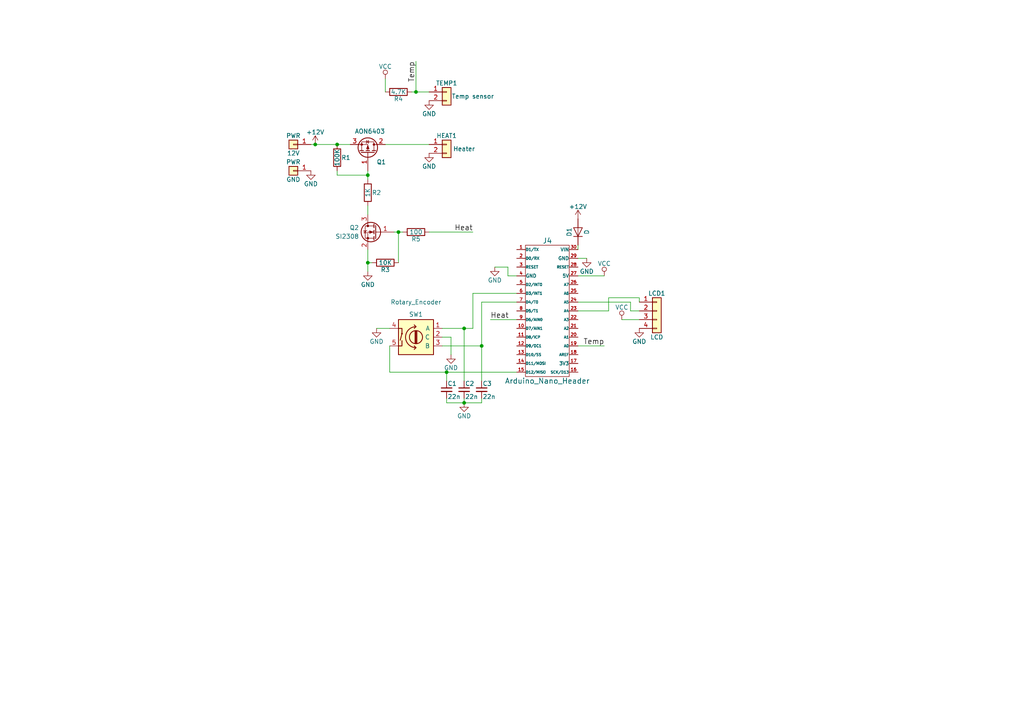
<source format=kicad_sch>
(kicad_sch (version 20230121) (generator eeschema)
  (paper "A4")
  (lib_symbols
    (symbol "Heater12VControl-rescue:+12V" (power) (pin_names (offset 0))
      (property "Value" "+12V" (at 0 3.556 0))
      (symbol "+12V_0_1"
        (polyline (pts (xy -0.762 1.27) (xy 0 2.54)))
        (polyline (pts (xy 0 0) (xy 0 2.54)))
        (polyline (pts (xy 0 2.54) (xy 0.762 1.27)))
      )
      (symbol "+12V_1_1"
        (pin power_in line (at 0 0 90) (length 0) hide (name "+12V") (number "1"))
      )
    )
    (symbol "Heater12VControl-rescue:Arduino_Nano_Header" (pin_names (offset 0.0254))
      (property "Reference" "J" (at 0 20.32 0))
      (property "Value" "Arduino_Nano_Header" (at 0 -20.32 0))
      (symbol "Arduino_Nano_Header_0_1"
        (rectangle (start 6.35 -19.05) (end -6.35 19.05))
      )
      (symbol "Arduino_Nano_Header_1_1"
        (pin passive line (at -8.89 17.78 0) (length 2.54) (name "D1/TX") (number "1"))
        (pin passive line (at -8.89 -5.08 0) (length 2.54) (name "D7/AIN1") (number "10"))
        (pin passive line (at -8.89 -7.62 0) (length 2.54) (name "D8/ICP") (number "11"))
        (pin passive line (at -8.89 -10.16 0) (length 2.54) (name "D9/0C1") (number "12"))
        (pin passive line (at -8.89 -12.7 0) (length 2.54) (name "D10/SS") (number "13"))
        (pin passive line (at -8.89 -15.24 0) (length 2.54) (name "D11/MOSI") (number "14"))
        (pin passive line (at -8.89 -17.78 0) (length 2.54) (name "D12/MISO") (number "15"))
        (pin passive line (at 8.89 -17.78 180) (length 2.54) (name "SCK/D13") (number "16"))
        (pin passive line (at 8.89 -15.24 180) (length 2.54) (name "3V3") (number "17"))
        (pin passive line (at 8.89 -12.7 180) (length 2.54) (name "AREF") (number "18"))
        (pin passive line (at 8.89 -10.16 180) (length 2.54) (name "A0") (number "19"))
        (pin passive line (at -8.89 15.24 0) (length 2.54) (name "D0/RX") (number "2"))
        (pin passive line (at 8.89 -7.62 180) (length 2.54) (name "A1") (number "20"))
        (pin passive line (at 8.89 -5.08 180) (length 2.54) (name "A2") (number "21"))
        (pin passive line (at 8.89 -2.54 180) (length 2.54) (name "A3") (number "22"))
        (pin passive line (at 8.89 0 180) (length 2.54) (name "A4") (number "23"))
        (pin passive line (at 8.89 2.54 180) (length 2.54) (name "A5") (number "24"))
        (pin passive line (at 8.89 5.08 180) (length 2.54) (name "A6") (number "25"))
        (pin passive line (at 8.89 7.62 180) (length 2.54) (name "A7") (number "26"))
        (pin passive line (at 8.89 10.16 180) (length 2.54) (name "5V") (number "27"))
        (pin passive line (at 8.89 12.7 180) (length 2.54) (name "RESET") (number "28"))
        (pin passive line (at 8.89 15.24 180) (length 2.54) (name "GND") (number "29"))
        (pin passive line (at -8.89 12.7 0) (length 2.54) (name "RESET") (number "3"))
        (pin passive line (at 8.89 17.78 180) (length 2.54) (name "VIN") (number "30"))
        (pin passive line (at -8.89 10.16 0) (length 2.54) (name "GND") (number "4"))
        (pin passive line (at -8.89 7.62 0) (length 2.54) (name "D2/INT0") (number "5"))
        (pin passive line (at -8.89 5.08 0) (length 2.54) (name "D3/INT1") (number "6"))
        (pin passive line (at -8.89 2.54 0) (length 2.54) (name "D4/T0") (number "7"))
        (pin passive line (at -8.89 0 0) (length 2.54) (name "D5/T1") (number "8"))
        (pin passive line (at -8.89 -2.54 0) (length 2.54) (name "D6/AIN0") (number "9"))
      )
    )
    (symbol "Heater12VControl-rescue:C_Small" (pin_numbers hide) (pin_names (offset 0.254) hide)
      (property "Reference" "C" (at 0.254 1.778 0))
      (property "Value" "C_Small" (at 0.254 -2.032 0))
      (symbol "C_Small_0_1"
        (polyline (pts (xy -1.524 -0.508) (xy 1.524 -0.508)) (stroke (width 0.3302)))
        (polyline (pts (xy -1.524 0.508) (xy 1.524 0.508)) (stroke (width 0.3048)))
      )
      (symbol "C_Small_1_1"
        (pin passive line (at 0 2.54 270) (length 2.032) (name "~") (number "1"))
        (pin passive line (at 0 -2.54 90) (length 2.032) (name "~") (number "2"))
      )
    )
    (symbol "Heater12VControl-rescue:Conn_01x01" (pin_names (offset 1.016) hide)
      (property "Reference" "J" (at 0 2.54 0))
      (property "Value" "Conn_01x01" (at 0 -2.54 0))
      (symbol "Conn_01x01_1_1"
        (rectangle (start -1.27 0.127) (end 0 -0.127) (stroke (width 0.1524)))
        (rectangle (start -1.27 1.27) (end 1.27 -1.27) (stroke (width 0.254)) (fill (type background)))
        (pin passive line (at -5.08 0 0) (length 3.81) (name "Pin_1") (number "1"))
      )
    )
    (symbol "Heater12VControl-rescue:Conn_01x02" (pin_names (offset 1.016) hide)
      (property "Reference" "J" (at 0 2.54 0))
      (property "Value" "Conn_01x02" (at 0 -5.08 0))
      (symbol "Conn_01x02_1_1"
        (rectangle (start -1.27 -2.413) (end 0 -2.667) (stroke (width 0.1524)))
        (rectangle (start -1.27 0.127) (end 0 -0.127) (stroke (width 0.1524)))
        (rectangle (start -1.27 1.27) (end 1.27 -3.81) (stroke (width 0.254)) (fill (type background)))
        (pin passive line (at -5.08 0 0) (length 3.81) (name "Pin_1") (number "1"))
        (pin passive line (at -5.08 -2.54 0) (length 3.81) (name "Pin_2") (number "2"))
      )
    )
    (symbol "Heater12VControl-rescue:Conn_01x04" (pin_names (offset 1.016) hide)
      (property "Reference" "J" (at 0 5.08 0))
      (property "Value" "Conn_01x04" (at 0 -7.62 0))
      (symbol "Conn_01x04_1_1"
        (rectangle (start -1.27 -4.953) (end 0 -5.207) (stroke (width 0.1524)))
        (rectangle (start -1.27 -2.413) (end 0 -2.667) (stroke (width 0.1524)))
        (rectangle (start -1.27 0.127) (end 0 -0.127) (stroke (width 0.1524)))
        (rectangle (start -1.27 2.667) (end 0 2.413) (stroke (width 0.1524)))
        (rectangle (start -1.27 3.81) (end 1.27 -6.35) (stroke (width 0.254)) (fill (type background)))
        (pin passive line (at -5.08 2.54 0) (length 3.81) (name "Pin_1") (number "1"))
        (pin passive line (at -5.08 0 0) (length 3.81) (name "Pin_2") (number "2"))
        (pin passive line (at -5.08 -2.54 0) (length 3.81) (name "Pin_3") (number "3"))
        (pin passive line (at -5.08 -5.08 0) (length 3.81) (name "Pin_4") (number "4"))
      )
    )
    (symbol "Heater12VControl-rescue:D" (pin_numbers hide) (pin_names (offset 1.016) hide)
      (property "Reference" "D" (at 0 2.54 0))
      (property "Value" "D" (at 0 -2.54 0))
      (symbol "D_0_1"
        (polyline (pts (xy -1.27 1.27) (xy -1.27 -1.27)) (stroke (width 0.2032)))
        (polyline (pts (xy 1.27 0) (xy -1.27 0)))
        (polyline (pts (xy 1.27 1.27) (xy 1.27 -1.27) (xy -1.27 0) (xy 1.27 1.27)) (stroke (width 0.2032)))
      )
      (symbol "D_1_1"
        (pin passive line (at -3.81 0 0) (length 2.54) (name "K") (number "1"))
        (pin passive line (at 3.81 0 180) (length 2.54) (name "A") (number "2"))
      )
    )
    (symbol "Heater12VControl-rescue:GND" (power) (pin_names (offset 0))
      (property "Value" "GND" (at 0 -3.81 0))
      (symbol "GND_0_1"
        (polyline (pts (xy 0 0) (xy 0 -1.27) (xy 1.27 -1.27) (xy 0 -2.54) (xy -1.27 -1.27) (xy 0 -1.27)))
      )
      (symbol "GND_1_1"
        (pin power_in line (at 0 0 270) (length 0) hide (name "GND") (number "1"))
      )
    )
    (symbol "Heater12VControl-rescue:Q_NMOS_GSD" (pin_names (offset 0) hide)
      (property "Reference" "Q" (at 5.08 1.27 0))
      (property "Value" "Q_NMOS_GSD" (at 5.08 -1.27 0))
      (symbol "Q_NMOS_GSD_0_1"
        (polyline (pts (xy 0.0508 0) (xy 0.254 0)))
        (polyline (pts (xy 0.762 -1.778) (xy 2.54 -1.778)))
        (polyline (pts (xy 0.762 -1.27) (xy 0.762 -2.286)) (stroke (width 0.254)))
        (polyline (pts (xy 0.762 0) (xy 2.54 0)))
        (polyline (pts (xy 0.762 0.508) (xy 0.762 -0.508)) (stroke (width 0.254)))
        (polyline (pts (xy 0.762 1.778) (xy 2.54 1.778)))
        (polyline (pts (xy 0.762 2.286) (xy 0.762 1.27)) (stroke (width 0.254)))
        (polyline (pts (xy 2.54 -1.778) (xy 2.54 -2.54)))
        (polyline (pts (xy 2.54 -1.778) (xy 2.54 0)))
        (polyline (pts (xy 2.54 2.54) (xy 2.54 1.778)))
        (polyline (pts (xy 0.254 1.905) (xy 0.254 -1.905) (xy 0.254 -1.905)) (stroke (width 0.254)))
        (polyline (pts (xy 1.016 0) (xy 2.032 0.381) (xy 2.032 -0.381) (xy 1.016 0)) (fill (type outline)))
        (polyline (pts (xy 2.54 -1.778) (xy 3.302 -1.778) (xy 3.302 1.778) (xy 2.54 1.778)))
        (polyline (pts (xy 2.794 0.508) (xy 2.921 0.381) (xy 3.683 0.381) (xy 3.81 0.254)))
        (polyline (pts (xy 3.302 0.381) (xy 2.921 -0.254) (xy 3.683 -0.254) (xy 3.302 0.381)))
        (circle (center 1.651 0) (radius 2.8194) (stroke (width 0.254)))
        (circle (center 2.54 -1.778) (radius 0.2794) (fill (type outline)))
        (circle (center 2.54 1.778) (radius 0.2794) (fill (type outline)))
      )
      (symbol "Q_NMOS_GSD_1_1"
        (pin input line (at -5.08 0 0) (length 5.08) (name "G") (number "1"))
        (pin passive line (at 2.54 -5.08 90) (length 2.54) (name "S") (number "2"))
        (pin passive line (at 2.54 5.08 270) (length 2.54) (name "D") (number "3"))
      )
    )
    (symbol "Heater12VControl-rescue:Q_PMOS_GDS" (pin_names (offset 0) hide)
      (property "Reference" "Q" (at 5.08 1.27 0))
      (property "Value" "Q_PMOS_GDS" (at 5.08 -1.27 0))
      (symbol "Q_PMOS_GDS_0_1"
        (polyline (pts (xy 0.0508 0) (xy 0.254 0)))
        (polyline (pts (xy 0.762 -1.778) (xy 2.54 -1.778)))
        (polyline (pts (xy 0.762 -1.27) (xy 0.762 -2.286)) (stroke (width 0.254)))
        (polyline (pts (xy 0.762 0) (xy 2.54 0)))
        (polyline (pts (xy 0.762 0.508) (xy 0.762 -0.508)) (stroke (width 0.254)))
        (polyline (pts (xy 0.762 1.778) (xy 2.54 1.778)))
        (polyline (pts (xy 0.762 2.286) (xy 0.762 1.27)) (stroke (width 0.254)))
        (polyline (pts (xy 2.54 -1.778) (xy 2.54 -2.54)))
        (polyline (pts (xy 2.54 -1.778) (xy 2.54 0)))
        (polyline (pts (xy 2.54 2.54) (xy 2.54 1.778)))
        (polyline (pts (xy 0.254 1.905) (xy 0.254 -1.905) (xy 0.254 -1.905)) (stroke (width 0.254)))
        (polyline (pts (xy 2.286 0) (xy 1.27 -0.381) (xy 1.27 0.381) (xy 2.286 0)) (fill (type outline)))
        (polyline (pts (xy 2.54 -1.778) (xy 3.302 -1.778) (xy 3.302 1.778) (xy 2.54 1.778)))
        (polyline (pts (xy 2.794 -0.508) (xy 2.921 -0.381) (xy 3.683 -0.381) (xy 3.81 -0.254)))
        (polyline (pts (xy 3.302 -0.381) (xy 2.921 0.254) (xy 3.683 0.254) (xy 3.302 -0.381)))
        (circle (center 1.651 0) (radius 2.8194) (stroke (width 0.254)))
        (circle (center 2.54 -1.778) (radius 0.2794) (fill (type outline)))
        (circle (center 2.54 1.778) (radius 0.2794) (fill (type outline)))
      )
      (symbol "Q_PMOS_GDS_1_1"
        (pin input line (at -5.08 0 0) (length 5.08) (name "G") (number "1"))
        (pin passive line (at 2.54 5.08 270) (length 2.54) (name "D") (number "2"))
        (pin passive line (at 2.54 -5.08 90) (length 2.54) (name "S") (number "3"))
      )
    )
    (symbol "Heater12VControl-rescue:R" (pin_numbers hide) (pin_names (offset 0))
      (property "Reference" "R" (at 2.032 0 90))
      (property "Value" "R" (at 0 0 90))
      (symbol "R_0_1"
        (rectangle (start -1.016 -2.54) (end 1.016 2.54) (stroke (width 0.254)))
      )
      (symbol "R_1_1"
        (pin passive line (at 0 3.81 270) (length 1.27) (name "~") (number "1"))
        (pin passive line (at 0 -3.81 90) (length 1.27) (name "~") (number "2"))
      )
    )
    (symbol "Heater12VControl-rescue:Rotary_Encoder_Switch" (pin_names (offset 1.016))
      (property "Reference" "SW" (at 0 6.604 0))
      (property "Value" "Rotary_Encoder_Switch" (at 0 -6.604 0))
      (symbol "Rotary_Encoder_Switch_0_1"
        (rectangle (start -5.08 5.08) (end 5.08 -5.08) (stroke (width 0.254)) (fill (type background)))
        (arc (start 0 -3.048) (mid 3.0227 0) (end 0 3.048) (stroke (width 0.254)))
        (polyline (pts (xy -0.254 -1.778) (xy -0.254 1.778)) (stroke (width 0.254)))
        (polyline (pts (xy 0 -3.048) (xy 0.508 -3.556)) (stroke (width 0.254)))
        (polyline (pts (xy 0 -3.048) (xy 0.508 -2.54)) (stroke (width 0.254)))
        (polyline (pts (xy 0 -1.778) (xy 0 1.778)) (stroke (width 0.254)))
        (polyline (pts (xy 0 3.048) (xy 0.508 2.54)) (stroke (width 0.254)))
        (polyline (pts (xy 0.254 1.778) (xy 0.254 -1.778)) (stroke (width 0.254)))
        (polyline (pts (xy 0.508 3.556) (xy 0 3.048)) (stroke (width 0.254)))
        (polyline (pts (xy 4.064 1.016) (xy 4.572 -0.889)) (stroke (width 0.254)))
        (polyline (pts (xy 5.08 -2.54) (xy 4.064 -2.54) (xy 4.064 -1.016)) (stroke (width 0.254)))
        (polyline (pts (xy 5.08 2.54) (xy 4.064 2.54) (xy 4.064 1.016)) (stroke (width 0.254)))
        (circle (center 0 0) (radius 1.905) (stroke (width 0.254)))
        (circle (center 4.064 1.016) (radius 0.127) (stroke (width 0.254)))
      )
      (symbol "Rotary_Encoder_Switch_1_1"
        (pin input line (at -7.62 2.54 0) (length 2.54) (name "A") (number "1"))
        (pin input line (at -7.62 0 0) (length 2.54) (name "C") (number "2"))
        (pin input line (at -7.62 -2.54 0) (length 2.54) (name "B") (number "3"))
        (pin input line (at 7.62 2.54 180) (length 2.54) (name "~") (number "4"))
        (pin input line (at 7.62 -2.54 180) (length 2.54) (name "~") (number "5"))
      )
    )
    (symbol "Heater12VControl-rescue:VCC" (power) (pin_names (offset 0))
      (property "Value" "VCC" (at 0 3.81 0))
      (symbol "VCC_0_1"
        (polyline (pts (xy 0 0) (xy 0 1.27)))
        (circle (center 0 1.905) (radius 0.635))
      )
      (symbol "VCC_1_1"
        (pin power_in line (at 0 0 90) (length 0) hide (name "VCC") (number "1"))
      )
    )
  )
  (junction (at 134.62 95.25))
  (junction (at 115.57 67.31))
  (junction (at 134.62 116.84))
  (junction (at 139.7 100.33))
  (junction (at 120.65 26.67))
  (junction (at 97.79 41.91))
  (junction (at 106.68 50.8))
  (junction (at 129.54 107.95))
  (junction (at 106.68 76.2))
  (junction (at 91.44 41.91))
  (wire (pts (xy 124.46 67.31) (xy 137.16 67.31)))
  (wire (pts (xy 134.62 116.84) (xy 134.62 115.57)))
  (wire (pts (xy 176.53 90.17) (xy 176.53 86.36)))
  (wire (pts (xy 109.22 95.25) (xy 113.03 95.25)))
  (wire (pts (xy 167.64 74.93) (xy 170.18 74.93)))
  (wire (pts (xy 106.68 49.53) (xy 106.68 50.8)))
  (wire (pts (xy 114.3 67.31) (xy 115.57 67.31)))
  (wire (pts (xy 137.16 85.09) (xy 149.86 85.09)))
  (wire (pts (xy 130.81 97.79) (xy 130.81 102.87)))
  (wire (pts (xy 134.62 95.25) (xy 137.16 95.25)))
  (wire (pts (xy 128.27 100.33) (xy 139.7 100.33)))
  (wire (pts (xy 167.64 100.33) (xy 175.26 100.33)))
  (wire (pts (xy 129.54 107.95) (xy 149.86 107.95)))
  (wire (pts (xy 106.68 50.8) (xy 106.68 52.07)))
  (wire (pts (xy 106.68 59.69) (xy 106.68 62.23)))
  (wire (pts (xy 97.79 41.91) (xy 101.6 41.91)))
  (wire (pts (xy 147.32 80.01) (xy 147.32 77.47)))
  (wire (pts (xy 149.86 80.01) (xy 147.32 80.01)))
  (wire (pts (xy 137.16 95.25) (xy 137.16 85.09)))
  (wire (pts (xy 129.54 110.49) (xy 129.54 107.95)))
  (wire (pts (xy 91.44 41.91) (xy 97.79 41.91)))
  (wire (pts (xy 106.68 76.2) (xy 106.68 78.74)))
  (wire (pts (xy 182.88 87.63) (xy 182.88 90.17)))
  (wire (pts (xy 106.68 72.39) (xy 106.68 76.2)))
  (wire (pts (xy 120.65 26.67) (xy 124.46 26.67)))
  (wire (pts (xy 167.64 90.17) (xy 176.53 90.17)))
  (wire (pts (xy 139.7 100.33) (xy 139.7 110.49)))
  (wire (pts (xy 115.57 67.31) (xy 115.57 76.2)))
  (wire (pts (xy 111.76 22.86) (xy 111.76 26.67)))
  (wire (pts (xy 139.7 116.84) (xy 139.7 115.57)))
  (wire (pts (xy 134.62 116.84) (xy 139.7 116.84)))
  (wire (pts (xy 139.7 87.63) (xy 139.7 100.33)))
  (wire (pts (xy 176.53 86.36) (xy 185.42 86.36)))
  (wire (pts (xy 139.7 87.63) (xy 149.86 87.63)))
  (wire (pts (xy 119.38 26.67) (xy 120.65 26.67)))
  (wire (pts (xy 149.86 92.71) (xy 142.24 92.71)))
  (wire (pts (xy 128.27 97.79) (xy 130.81 97.79)))
  (wire (pts (xy 129.54 115.57) (xy 129.54 116.84)))
  (wire (pts (xy 124.46 41.91) (xy 111.76 41.91)))
  (wire (pts (xy 107.95 76.2) (xy 106.68 76.2)))
  (wire (pts (xy 113.03 100.33) (xy 113.03 107.95)))
  (wire (pts (xy 115.57 67.31) (xy 116.84 67.31)))
  (wire (pts (xy 180.34 92.71) (xy 185.42 92.71)))
  (wire (pts (xy 147.32 77.47) (xy 143.51 77.47)))
  (wire (pts (xy 128.27 95.25) (xy 134.62 95.25)))
  (wire (pts (xy 185.42 86.36) (xy 185.42 87.63)))
  (wire (pts (xy 167.64 71.12) (xy 167.64 72.39)))
  (wire (pts (xy 90.17 41.91) (xy 91.44 41.91)))
  (wire (pts (xy 120.65 26.67) (xy 120.65 17.78)))
  (wire (pts (xy 113.03 107.95) (xy 129.54 107.95)))
  (wire (pts (xy 167.64 87.63) (xy 182.88 87.63)))
  (wire (pts (xy 167.64 80.01) (xy 175.26 80.01)))
  (wire (pts (xy 106.68 50.8) (xy 97.79 50.8)))
  (wire (pts (xy 134.62 110.49) (xy 134.62 95.25)))
  (wire (pts (xy 129.54 116.84) (xy 134.62 116.84)))
  (wire (pts (xy 97.79 50.8) (xy 97.79 49.53)))
  (wire (pts (xy 182.88 90.17) (xy 185.42 90.17)))
  (label "Temp" (at 120.65 17.78 270) (effects (font (size 1.524 1.524))))
  (label "Temp" (at 175.26 100.33 180) (effects (font (size 1.524 1.524))))
  (label "Heat" (at 137.16 67.31 180) (effects (font (size 1.524 1.524))))
  (label "Heat" (at 142.24 92.71 0) (effects (font (size 1.524 1.524))))
  (symbol (lib_id "Heater12VControl-rescue:Conn_01x02") (at 129.54 41.91 0) (unit 1)
    (property "Reference" "HEAT1" (at 129.54 39.37 0))
    (property "Value" "Heater" (at 134.62 43.18 0))
    (property "Footprint" "Pin_Headers:Pin_Header_Straight_1x02_Pitch2.54mm" (effects hide))
  )
  (symbol (lib_id "Heater12VControl-rescue:GND") (at 90.17 49.53 0) (unit 1)
    (property "Reference" "#PWR1" (effects hide))
    (property "Value" "GND" (at 90.17 53.34 0))
  )
  (symbol (lib_id "Heater12VControl-rescue:Q_NMOS_GSD") (at 109.22 67.31 0) (mirror y) (unit 1)
    (property "Reference" "Q2" (at 104.14 66.04 0) (effects (justify left)))
    (property "Value" "SI2308" (at 104.14 68.58 0) (effects (justify left)))
    (property "Footprint" "TO_SOT_Packages_SMD:SOT-23" (effects hide))
  )
  (symbol (lib_id "Heater12VControl-rescue:Conn_01x02") (at 129.54 26.67 0) (unit 1)
    (property "Reference" "TEMP1" (at 129.54 24.13 0))
    (property "Value" "Temp sensor" (at 137.16 27.94 0))
    (property "Footprint" "Pin_Headers:Pin_Header_Straight_1x02_Pitch2.54mm" (effects hide))
  )
  (symbol (lib_id "Heater12VControl-rescue:GND") (at 124.46 29.21 0) (unit 1)
    (property "Reference" "#PWR6" (effects hide))
    (property "Value" "GND" (at 124.46 33.02 0))
  )
  (symbol (lib_id "Heater12VControl-rescue:R") (at 115.57 26.67 270) (unit 1)
    (property "Reference" "R4" (at 115.57 28.702 90))
    (property "Value" "4.7K" (at 115.57 26.67 90))
    (property "Footprint" "Resistors_SMD:R_0603" (effects hide))
  )
  (symbol (lib_id "Heater12VControl-rescue:VCC") (at 111.76 22.86 0) (unit 1)
    (property "Reference" "#PWR5" (effects hide))
    (property "Value" "VCC" (at 111.76 19.304 0))
  )
  (symbol (lib_id "Heater12VControl-rescue:Q_PMOS_GDS") (at 106.68 44.45 270) (mirror x) (unit 1)
    (property "Reference" "Q1" (at 109.22 46.99 90) (effects (justify left)))
    (property "Value" "AON6403" (at 102.87 38.1 90) (effects (justify left)))
    (property "Footprint" "KiCadCustomLibs:DFN-8-1EP_6x5mm" (effects hide))
  )
  (symbol (lib_id "Heater12VControl-rescue:R") (at 106.68 55.88 0) (unit 1)
    (property "Reference" "R2" (at 109.22 55.88 0))
    (property "Value" "1K" (at 106.68 55.88 90))
    (property "Footprint" "Resistors_SMD:R_0603" (effects hide))
  )
  (symbol (lib_id "Heater12VControl-rescue:R") (at 97.79 45.72 0) (unit 1)
    (property "Reference" "R1" (at 100.33 45.72 0))
    (property "Value" "100K" (at 97.79 45.72 90))
    (property "Footprint" "Resistors_SMD:R_0603" (effects hide))
  )
  (symbol (lib_id "Heater12VControl-rescue:R") (at 111.76 76.2 270) (unit 1)
    (property "Reference" "R3" (at 111.76 78.232 90))
    (property "Value" "10K" (at 111.76 76.2 90))
    (property "Footprint" "Resistors_SMD:R_0603" (effects hide))
  )
  (symbol (lib_id "Heater12VControl-rescue:R") (at 120.65 67.31 270) (unit 1)
    (property "Reference" "R5" (at 120.65 69.342 90))
    (property "Value" "100" (at 120.65 67.31 90))
    (property "Footprint" "Resistors_SMD:R_0603" (effects hide))
  )
  (symbol (lib_id "Heater12VControl-rescue:GND") (at 106.68 78.74 0) (unit 1)
    (property "Reference" "#PWR3" (effects hide))
    (property "Value" "GND" (at 106.68 82.55 0))
  )
  (symbol (lib_id "Heater12VControl-rescue:GND") (at 124.46 44.45 0) (unit 1)
    (property "Reference" "#PWR7" (effects hide))
    (property "Value" "GND" (at 124.46 48.26 0))
  )
  (symbol (lib_id "Heater12VControl-rescue:Arduino_Nano_Header") (at 158.75 90.17 0) (unit 1)
    (property "Reference" "J4" (at 158.75 69.85 0) (effects (font (size 1.524 1.524))))
    (property "Value" "Arduino_Nano_Header" (at 158.75 110.49 0) (effects (font (size 1.524 1.524))))
    (property "Footprint" "Modules:Arduino_Nano" (effects hide))
  )
  (symbol (lib_id "Heater12VControl-rescue:VCC") (at 175.26 80.01 0) (unit 1)
    (property "Reference" "#PWR13" (effects hide))
    (property "Value" "VCC" (at 175.26 76.454 0))
  )
  (symbol (lib_id "Heater12VControl-rescue:GND") (at 143.51 77.47 0) (unit 1)
    (property "Reference" "#PWR10" (effects hide))
    (property "Value" "GND" (at 143.51 81.28 0))
  )
  (symbol (lib_id "Heater12VControl-rescue:GND") (at 170.18 74.93 0) (unit 1)
    (property "Reference" "#PWR12" (effects hide))
    (property "Value" "GND" (at 170.18 78.74 0))
  )
  (symbol (lib_id "Heater12VControl-rescue:Conn_01x04") (at 190.5 90.17 0) (unit 1)
    (property "Reference" "LCD1" (at 190.5 85.09 0))
    (property "Value" "LCD" (at 190.5 97.79 0))
    (property "Footprint" "Pin_Headers:Pin_Header_Straight_1x04_Pitch2.54mm" (effects hide))
  )
  (symbol (lib_id "Heater12VControl-rescue:GND") (at 185.42 95.25 0) (unit 1)
    (property "Reference" "#PWR15" (effects hide))
    (property "Value" "GND" (at 185.42 99.06 0))
  )
  (symbol (lib_id "Heater12VControl-rescue:VCC") (at 180.34 92.71 0) (unit 1)
    (property "Reference" "#PWR14" (effects hide))
    (property "Value" "VCC" (at 180.34 89.154 0))
  )
  (symbol (lib_id "Heater12VControl-rescue:+12V") (at 91.44 41.91 0) (unit 1)
    (property "Reference" "#PWR2" (effects hide))
    (property "Value" "+12V" (at 91.44 38.354 0))
  )
  (symbol (lib_id "Heater12VControl-rescue:+12V") (at 167.64 63.5 0) (unit 1)
    (property "Reference" "#PWR11" (effects hide))
    (property "Value" "+12V" (at 167.64 59.944 0))
  )
  (symbol (lib_id "Heater12VControl-rescue:D") (at 167.64 67.31 90) (unit 1)
    (property "Reference" "D1" (at 165.1 67.31 0))
    (property "Value" "D" (at 170.18 67.31 0))
    (property "Footprint" "Diodes_SMD:D_SOD-123F" (effects hide))
  )
  (symbol (lib_id "Heater12VControl-rescue:Rotary_Encoder_Switch") (at 120.65 97.79 0) (mirror y) (unit 1)
    (property "Reference" "SW1" (at 120.65 91.186 0))
    (property "Value" "Rotary_Encoder" (at 120.65 87.63 0))
    (property "Footprint" "KiCadCustomLibs:SF-ROTARY-ENCODER" (effects hide))
  )
  (symbol (lib_id "Heater12VControl-rescue:GND") (at 109.22 95.25 0) (unit 1)
    (property "Reference" "#PWR4" (effects hide))
    (property "Value" "GND" (at 109.22 99.06 0))
  )
  (symbol (lib_id "Heater12VControl-rescue:GND") (at 130.81 102.87 0) (unit 1)
    (property "Reference" "#PWR8" (effects hide))
    (property "Value" "GND" (at 130.81 106.68 0))
  )
  (symbol (lib_id "Heater12VControl-rescue:C_Small") (at 129.54 113.03 0) (unit 1)
    (property "Reference" "C1" (at 129.794 111.252 0) (effects (justify left)))
    (property "Value" "22n" (at 129.794 115.062 0) (effects (justify left)))
    (property "Footprint" "Capacitors_SMD:C_0603" (effects hide))
  )
  (symbol (lib_id "Heater12VControl-rescue:C_Small") (at 139.7 113.03 0) (unit 1)
    (property "Reference" "C3" (at 139.954 111.252 0) (effects (justify left)))
    (property "Value" "22n" (at 139.954 115.062 0) (effects (justify left)))
    (property "Footprint" "Capacitors_SMD:C_0603" (effects hide))
  )
  (symbol (lib_id "Heater12VControl-rescue:C_Small") (at 134.62 113.03 0) (unit 1)
    (property "Reference" "C2" (at 134.874 111.252 0) (effects (justify left)))
    (property "Value" "22n" (at 134.874 115.062 0) (effects (justify left)))
    (property "Footprint" "Capacitors_SMD:C_0603" (effects hide))
  )
  (symbol (lib_id "Heater12VControl-rescue:GND") (at 134.62 116.84 0) (unit 1)
    (property "Reference" "#PWR9" (effects hide))
    (property "Value" "GND" (at 134.62 120.65 0))
  )
  (symbol (lib_id "Heater12VControl-rescue:Conn_01x01") (at 85.09 41.91 180) (unit 1)
    (property "Reference" "12V" (at 85.09 44.45 0))
    (property "Value" "PWR" (at 85.09 39.37 0))
    (property "Footprint" "Pin_Headers:Pin_Header_Angled_1x01_Pitch2.54mm" (effects hide))
  )
  (symbol (lib_id "Heater12VControl-rescue:Conn_01x01") (at 85.09 49.53 180) (unit 1)
    (property "Reference" "GND" (at 85.09 52.07 0))
    (property "Value" "PWR" (at 85.09 46.99 0))
    (property "Footprint" "Pin_Headers:Pin_Header_Angled_1x01_Pitch2.54mm" (effects hide))
  )
)
</source>
